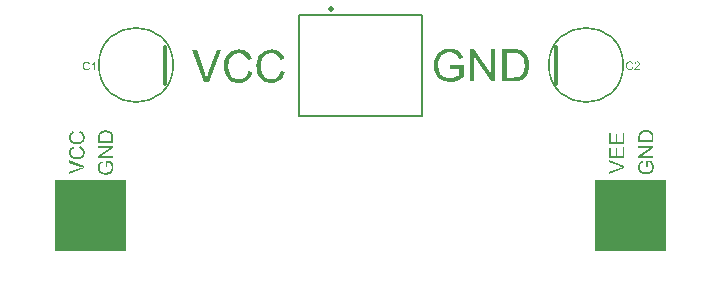
<source format=gto>
%FSLAX33Y33*%
%MOMM*%
%ADD10C,0.15*%
%ADD11C,0.5*%
%ADD12C,0.3*%
%ADD13C,6.45X6.15*%
%ADD14C,6.45X6.15*%
D10*
%LNtop silkscreen_traces*%
%LNtop silkscreen component d884e53a61bc2bc3*%
G01*
X21469Y12209D02*
X21469Y20811D01*
X31871Y20811*
X31871Y12209*
X21469Y12209*
D11*
X24169Y21260D03*
%LNtop silkscreen component 69ae52b910a5c8af*%
D12*
X43200Y14935D02*
X43200Y18085D01*
D13*
X45720Y16510D03*
G36*
X49667Y16385D02*
X49762Y16361D01*
X49744Y16306D01*
X49720Y16258D01*
X49690Y16217D01*
X49654Y16183D01*
X49614Y16156D01*
X49568Y16137D01*
X49519Y16125D01*
X49465Y16122D01*
X49410Y16125D01*
X49360Y16133D01*
X49316Y16148D01*
X49277Y16169D01*
X49243Y16195D01*
X49213Y16226D01*
X49188Y16263D01*
X49167Y16305D01*
X49150Y16351D01*
X49138Y16398D01*
X49131Y16447D01*
X49129Y16497D01*
X49131Y16551D01*
X49139Y16602D01*
X49153Y16649D01*
X49172Y16692D01*
X49195Y16731D01*
X49223Y16765D01*
X49256Y16795D01*
X49293Y16819D01*
X49334Y16838D01*
X49376Y16851D01*
X49420Y16859D01*
X49467Y16862D01*
X49518Y16858D01*
X49566Y16848D01*
X49609Y16831D01*
X49647Y16807D01*
X49681Y16777D01*
X49709Y16741D01*
X49732Y16700D01*
X49749Y16653D01*
X49656Y16631D01*
X49642Y16668D01*
X49626Y16699D01*
X49606Y16725D01*
X49584Y16745D01*
X49559Y16761D01*
X49530Y16772D01*
X49499Y16779D01*
X49465Y16781D01*
X49425Y16778D01*
X49389Y16771D01*
X49356Y16759D01*
X49327Y16741D01*
X49301Y16720D01*
X49280Y16695D01*
X49262Y16667D01*
X49249Y16635D01*
X49239Y16601D01*
X49232Y16567D01*
X49228Y16533D01*
X49226Y16498D01*
X49228Y16453D01*
X49233Y16412D01*
X49241Y16374D01*
X49253Y16338D01*
X49268Y16306D01*
X49287Y16279D01*
X49310Y16255D01*
X49336Y16236D01*
X49364Y16222D01*
X49394Y16211D01*
X49425Y16205D01*
X49457Y16203D01*
X49496Y16206D01*
X49531Y16214D01*
X49563Y16228D01*
X49592Y16249D01*
X49618Y16274D01*
X49638Y16306D01*
X49655Y16342D01*
X49667Y16385D01*
X49667Y16385D01*
X50305Y16218D02*
X50305Y16134D01*
X49831Y16134D01*
X49832Y16150D01*
X49834Y16165D01*
X49837Y16180D01*
X49842Y16195D01*
X49852Y16219D01*
X49865Y16243D01*
X49881Y16267D01*
X49900Y16290D01*
X49922Y16314D01*
X49948Y16341D01*
X49979Y16369D01*
X50015Y16398D01*
X50068Y16444D01*
X50112Y16484D01*
X50147Y16520D01*
X50172Y16550D01*
X50190Y16578D01*
X50203Y16604D01*
X50211Y16630D01*
X50213Y16656D01*
X50211Y16681D01*
X50204Y16704D01*
X50192Y16725D01*
X50176Y16744D01*
X50156Y16760D01*
X50133Y16771D01*
X50107Y16778D01*
X50079Y16780D01*
X50048Y16777D01*
X50021Y16770D01*
X49998Y16758D01*
X49977Y16742D01*
X49960Y16721D01*
X49948Y16696D01*
X49941Y16668D01*
X49938Y16636D01*
X49848Y16646D01*
X49856Y16693D01*
X49870Y16735D01*
X49891Y16770D01*
X49918Y16800D01*
X49951Y16823D01*
X49989Y16839D01*
X50032Y16849D01*
X50080Y16853D01*
X50129Y16849D01*
X50173Y16838D01*
X50211Y16820D01*
X50244Y16795D01*
X50270Y16765D01*
X50289Y16731D01*
X50300Y16694D01*
X50304Y16654D01*
X50303Y16632D01*
X50299Y16611D01*
X50294Y16590D01*
X50286Y16569D01*
X50276Y16548D01*
X50263Y16527D01*
X50247Y16505D01*
X50228Y16482D01*
X50204Y16457D01*
X50173Y16428D01*
X50136Y16394D01*
X50092Y16356D01*
X50056Y16325D01*
X50027Y16300D01*
X50005Y16280D01*
X49991Y16266D01*
X49980Y16254D01*
X49970Y16242D01*
X49961Y16230D01*
X49954Y16218D01*
X50305Y16218D01*
X50305Y16218D01*
G37*
%LNtop silkscreen component 8889ed7dfd5d4ee6*%
G36*
X1321Y1321D02*
X6299Y1321D01*
X6299Y6299D01*
X1321Y6299D01*
X1321Y1321D01*
X0813Y0813D02*
X6807Y0813D01*
X6807Y6807D01*
X0813Y6807D01*
X0813Y0813D01*
G37*
%LNtop silkscreen component d1eda6cb61111443*%
G36*
X47041Y1321D02*
X52019Y1321D01*
X52019Y6299D01*
X47041Y6299D01*
X47041Y1321D01*
X46533Y0813D02*
X52527Y0813D01*
X52527Y6807D01*
X46533Y6807D01*
X46533Y0813D01*
G37*
%LNtop silkscreen component e1997f597a53e994*%
D12*
X10140Y18085D02*
X10140Y14935D01*
D14*
X7620Y16510D03*
G36*
X3667Y16359D02*
X3762Y16335D01*
X3744Y16281D01*
X3721Y16233D01*
X3691Y16192D01*
X3655Y16157D01*
X3614Y16131D01*
X3569Y16112D01*
X3520Y16100D01*
X3466Y16096D01*
X3411Y16099D01*
X3361Y16108D01*
X3317Y16123D01*
X3278Y16143D01*
X3244Y16170D01*
X3214Y16201D01*
X3188Y16238D01*
X3167Y16280D01*
X3151Y16325D01*
X3139Y16372D01*
X3132Y16421D01*
X3129Y16472D01*
X3132Y16526D01*
X3140Y16576D01*
X3153Y16623D01*
X3172Y16667D01*
X3196Y16706D01*
X3224Y16740D01*
X3257Y16769D01*
X3294Y16793D01*
X3334Y16812D01*
X3377Y16826D01*
X3421Y16834D01*
X3467Y16836D01*
X3519Y16833D01*
X3566Y16823D01*
X3609Y16806D01*
X3648Y16782D01*
X3682Y16752D01*
X3710Y16716D01*
X3733Y16675D01*
X3750Y16628D01*
X3657Y16606D01*
X3643Y16642D01*
X3626Y16673D01*
X3607Y16699D01*
X3584Y16720D01*
X3559Y16735D01*
X3531Y16746D01*
X3500Y16753D01*
X3465Y16755D01*
X3426Y16753D01*
X3390Y16745D01*
X3357Y16733D01*
X3327Y16716D01*
X3302Y16694D01*
X3280Y16669D01*
X3263Y16641D01*
X3250Y16610D01*
X3240Y16576D01*
X3233Y16542D01*
X3228Y16507D01*
X3227Y16472D01*
X3229Y16428D01*
X3234Y16387D01*
X3242Y16348D01*
X3254Y16313D01*
X3269Y16281D01*
X3288Y16253D01*
X3310Y16230D01*
X3336Y16211D01*
X3365Y16196D01*
X3395Y16186D01*
X3426Y16179D01*
X3458Y16177D01*
X3496Y16180D01*
X3532Y16189D01*
X3564Y16203D01*
X3593Y16223D01*
X3618Y16249D01*
X3639Y16280D01*
X3655Y16317D01*
X3667Y16359D01*
X3667Y16359D01*
X4174Y16108D02*
X4086Y16108D01*
X4086Y16668D01*
X4069Y16653D01*
X4050Y16638D01*
X4028Y16623D01*
X4003Y16608D01*
X3978Y16594D01*
X3954Y16581D01*
X3932Y16571D01*
X3911Y16563D01*
X3911Y16647D01*
X3946Y16666D01*
X3980Y16686D01*
X4011Y16708D01*
X4040Y16731D01*
X4065Y16756D01*
X4087Y16780D01*
X4104Y16804D01*
X4118Y16827D01*
X4174Y16827D01*
X4174Y16108D01*
X4174Y16108D01*
G37*
%LNtext*%
G36*
X3277Y7791D02*
X2004Y7298D01*
X2004Y7480D01*
X2928Y7811D01*
X2983Y7830D01*
X3036Y7847D01*
X3087Y7863D01*
X3137Y7878D01*
X3085Y7893D01*
X3033Y7909D01*
X2981Y7927D01*
X2928Y7946D01*
X2004Y8290D01*
X2004Y8462D01*
X3277Y7963D01*
X3277Y7791D01*
X3277Y7791D01*
X2830Y9521D02*
X2873Y9689D01*
X2970Y9658D01*
X3056Y9615D01*
X3129Y9562D01*
X3189Y9499D01*
X3237Y9426D01*
X3271Y9346D01*
X3291Y9258D01*
X3298Y9162D01*
X3293Y9064D01*
X3277Y8976D01*
X3251Y8897D01*
X3215Y8828D01*
X3168Y8767D01*
X3112Y8714D01*
X3047Y8669D01*
X2972Y8632D01*
X2891Y8602D01*
X2807Y8581D01*
X2720Y8568D01*
X2631Y8564D01*
X2534Y8569D01*
X2445Y8583D01*
X2361Y8607D01*
X2284Y8640D01*
X2214Y8682D01*
X2154Y8732D01*
X2102Y8790D01*
X2059Y8856D01*
X2025Y8928D01*
X2001Y9004D01*
X1987Y9083D01*
X1982Y9165D01*
X1988Y9257D01*
X2006Y9341D01*
X2037Y9417D01*
X2079Y9486D01*
X2133Y9546D01*
X2196Y9597D01*
X2270Y9637D01*
X2353Y9668D01*
X2392Y9502D01*
X2327Y9477D01*
X2272Y9448D01*
X2226Y9413D01*
X2190Y9373D01*
X2162Y9329D01*
X2142Y9278D01*
X2130Y9223D01*
X2126Y9162D01*
X2131Y9091D01*
X2144Y9027D01*
X2166Y8969D01*
X2197Y8916D01*
X2235Y8871D01*
X2279Y8832D01*
X2329Y8801D01*
X2385Y8778D01*
X2445Y8760D01*
X2506Y8748D01*
X2567Y8740D01*
X2630Y8738D01*
X2708Y8741D01*
X2782Y8750D01*
X2850Y8765D01*
X2913Y8785D01*
X2970Y8812D01*
X3019Y8846D01*
X3061Y8886D01*
X3094Y8932D01*
X3120Y8983D01*
X3139Y9036D01*
X3150Y9091D01*
X3154Y9149D01*
X3149Y9217D01*
X3134Y9279D01*
X3108Y9336D01*
X3073Y9388D01*
X3027Y9433D01*
X2971Y9470D01*
X2906Y9500D01*
X2830Y9521D01*
X2830Y9521D01*
X2830Y10805D02*
X2873Y10973D01*
X2970Y10942D01*
X3056Y10899D01*
X3129Y10846D01*
X3189Y10783D01*
X3237Y10710D01*
X3271Y10630D01*
X3291Y10542D01*
X3298Y10446D01*
X3293Y10348D01*
X3277Y10260D01*
X3251Y10181D01*
X3215Y10112D01*
X3168Y10051D01*
X3112Y9998D01*
X3047Y9953D01*
X2972Y9916D01*
X2891Y9886D01*
X2807Y9865D01*
X2720Y9853D01*
X2631Y9848D01*
X2534Y9853D01*
X2445Y9867D01*
X2361Y9891D01*
X2284Y9924D01*
X2214Y9966D01*
X2154Y10016D01*
X2102Y10074D01*
X2059Y10140D01*
X2025Y10212D01*
X2001Y10288D01*
X1987Y10367D01*
X1982Y10449D01*
X1988Y10541D01*
X2006Y10625D01*
X2037Y10701D01*
X2079Y10770D01*
X2133Y10830D01*
X2196Y10881D01*
X2270Y10921D01*
X2353Y10952D01*
X2392Y10786D01*
X2327Y10761D01*
X2272Y10732D01*
X2226Y10697D01*
X2190Y10657D01*
X2162Y10613D01*
X2142Y10562D01*
X2130Y10507D01*
X2126Y10446D01*
X2131Y10375D01*
X2144Y10311D01*
X2166Y10253D01*
X2197Y10200D01*
X2235Y10155D01*
X2279Y10116D01*
X2329Y10086D01*
X2385Y10062D01*
X2445Y10044D01*
X2506Y10032D01*
X2567Y10024D01*
X2630Y10022D01*
X2708Y10025D01*
X2782Y10034D01*
X2850Y10049D01*
X2913Y10069D01*
X2970Y10096D01*
X3019Y10130D01*
X3061Y10170D01*
X3094Y10216D01*
X3120Y10267D01*
X3139Y10320D01*
X3150Y10375D01*
X3154Y10433D01*
X3149Y10501D01*
X3134Y10563D01*
X3108Y10620D01*
X3073Y10672D01*
X3027Y10717D01*
X2971Y10754D01*
X2906Y10784D01*
X2830Y10805D01*
X2830Y10805D01*
X48997Y7816D02*
X47724Y7323D01*
X47724Y7505D01*
X48648Y7836D01*
X48703Y7855D01*
X48756Y7873D01*
X48807Y7889D01*
X48857Y7903D01*
X48805Y7918D01*
X48753Y7935D01*
X48701Y7953D01*
X48648Y7972D01*
X47724Y8315D01*
X47724Y8487D01*
X48997Y7989D01*
X48997Y7816D01*
X48997Y7816D01*
X48997Y8642D02*
X47724Y8642D01*
X47724Y9562D01*
X47874Y9562D01*
X47874Y8810D01*
X48264Y8810D01*
X48264Y9514D01*
X48413Y9514D01*
X48413Y8810D01*
X48846Y8810D01*
X48846Y9592D01*
X48997Y9592D01*
X48997Y8642D01*
X48997Y8642D01*
X48997Y9828D02*
X47724Y9828D01*
X47724Y10748D01*
X47874Y10748D01*
X47874Y9996D01*
X48264Y9996D01*
X48264Y10700D01*
X48413Y10700D01*
X48413Y9996D01*
X48846Y9996D01*
X48846Y10777D01*
X48997Y10777D01*
X48997Y9828D01*
X48997Y9828D01*
X50961Y7921D02*
X50812Y7921D01*
X50811Y8460D01*
X51283Y8460D01*
X51330Y8397D01*
X51370Y8334D01*
X51404Y8269D01*
X51432Y8204D01*
X51454Y8138D01*
X51470Y8070D01*
X51479Y8002D01*
X51482Y7933D01*
X51477Y7841D01*
X51462Y7754D01*
X51437Y7671D01*
X51402Y7592D01*
X51357Y7520D01*
X51304Y7458D01*
X51241Y7405D01*
X51170Y7361D01*
X51091Y7327D01*
X51009Y7302D01*
X50922Y7288D01*
X50830Y7283D01*
X50739Y7288D01*
X50651Y7302D01*
X50565Y7327D01*
X50483Y7361D01*
X50408Y7404D01*
X50343Y7455D01*
X50288Y7515D01*
X50244Y7584D01*
X50210Y7660D01*
X50186Y7741D01*
X50171Y7828D01*
X50166Y7920D01*
X50169Y7987D01*
X50177Y8051D01*
X50191Y8112D01*
X50211Y8170D01*
X50235Y8222D01*
X50264Y8269D01*
X50298Y8310D01*
X50335Y8345D01*
X50378Y8374D01*
X50427Y8400D01*
X50482Y8423D01*
X50544Y8441D01*
X50585Y8289D01*
X50539Y8274D01*
X50498Y8257D01*
X50463Y8238D01*
X50432Y8218D01*
X50406Y8194D01*
X50382Y8166D01*
X50362Y8134D01*
X50344Y8096D01*
X50329Y8056D01*
X50318Y8013D01*
X50312Y7968D01*
X50310Y7921D01*
X50312Y7865D01*
X50319Y7813D01*
X50330Y7765D01*
X50345Y7721D01*
X50364Y7681D01*
X50386Y7645D01*
X50410Y7613D01*
X50438Y7585D01*
X50467Y7561D01*
X50498Y7539D01*
X50530Y7521D01*
X50564Y7505D01*
X50624Y7484D01*
X50687Y7469D01*
X50752Y7460D01*
X50820Y7456D01*
X50901Y7460D01*
X50976Y7471D01*
X51044Y7489D01*
X51104Y7515D01*
X51158Y7548D01*
X51204Y7587D01*
X51243Y7633D01*
X51275Y7686D01*
X51299Y7743D01*
X51316Y7801D01*
X51327Y7861D01*
X51330Y7924D01*
X51328Y7978D01*
X51320Y8032D01*
X51306Y8085D01*
X51288Y8137D01*
X51267Y8186D01*
X51245Y8229D01*
X51222Y8265D01*
X51198Y8295D01*
X50961Y8295D01*
X50961Y7921D01*
X50961Y7921D01*
X51460Y8707D02*
X50188Y8707D01*
X50188Y8879D01*
X51187Y9548D01*
X50188Y9548D01*
X50188Y9709D01*
X51460Y9709D01*
X51460Y9537D01*
X50460Y8868D01*
X51460Y8868D01*
X51460Y8707D01*
X51460Y8707D01*
X51460Y9992D02*
X50188Y9992D01*
X50188Y10428D01*
X50338Y10428D01*
X50338Y10161D01*
X51310Y10161D01*
X51310Y10161D01*
X51310Y10433D01*
X51309Y10492D01*
X51304Y10545D01*
X51297Y10591D01*
X51287Y10630D01*
X51274Y10664D01*
X51259Y10694D01*
X51241Y10721D01*
X51221Y10744D01*
X51188Y10773D01*
X51151Y10798D01*
X51108Y10819D01*
X51060Y10838D01*
X51006Y10852D01*
X50948Y10863D01*
X50884Y10869D01*
X50814Y10871D01*
X50720Y10867D01*
X50638Y10855D01*
X50567Y10834D01*
X50508Y10805D01*
X50458Y10771D01*
X50418Y10733D01*
X50387Y10691D01*
X50364Y10646D01*
X50353Y10607D01*
X50344Y10558D01*
X50339Y10498D01*
X50338Y10428D01*
X50188Y10428D01*
X50188Y10431D01*
X50189Y10501D01*
X50192Y10562D01*
X50198Y10614D01*
X50206Y10657D01*
X50221Y10710D01*
X50241Y10759D01*
X50267Y10803D01*
X50297Y10844D01*
X50343Y10891D01*
X50394Y10932D01*
X50451Y10967D01*
X50515Y10995D01*
X50583Y11017D01*
X50656Y11032D01*
X50734Y11042D01*
X50817Y11045D01*
X50888Y11043D01*
X50954Y11036D01*
X51016Y11026D01*
X51074Y11011D01*
X51128Y10993D01*
X51176Y10972D01*
X51220Y10949D01*
X51259Y10924D01*
X51294Y10897D01*
X51325Y10869D01*
X51352Y10839D01*
X51375Y10808D01*
X51395Y10775D01*
X51412Y10739D01*
X51427Y10699D01*
X51439Y10656D01*
X51448Y10610D01*
X51455Y10561D01*
X51459Y10508D01*
X51460Y10452D01*
X51460Y9992D01*
X51460Y9992D01*
X13440Y15088D02*
X12383Y17815D01*
X12774Y17815D01*
X13483Y15834D01*
X13524Y15716D01*
X13561Y15603D01*
X13595Y15493D01*
X13626Y15387D01*
X13659Y15499D01*
X13694Y15610D01*
X13732Y15722D01*
X13773Y15834D01*
X14510Y17815D01*
X14878Y17815D01*
X13810Y15088D01*
X13440Y15088D01*
X13440Y15088D01*
X17148Y16044D02*
X17509Y15953D01*
X17441Y15744D01*
X17350Y15561D01*
X17236Y15405D01*
X17100Y15275D01*
X16945Y15172D01*
X16773Y15099D01*
X16584Y15056D01*
X16379Y15041D01*
X16169Y15052D01*
X15980Y15086D01*
X15811Y15142D01*
X15662Y15221D01*
X15532Y15320D01*
X15419Y15440D01*
X15322Y15580D01*
X15242Y15741D01*
X15179Y15914D01*
X15134Y16094D01*
X15107Y16280D01*
X15098Y16472D01*
X15108Y16678D01*
X15138Y16871D01*
X15189Y17050D01*
X15260Y17215D01*
X15350Y17364D01*
X15458Y17494D01*
X15582Y17605D01*
X15724Y17697D01*
X15878Y17769D01*
X16039Y17820D01*
X16208Y17851D01*
X16385Y17861D01*
X16581Y17848D01*
X16762Y17809D01*
X16926Y17744D01*
X17073Y17653D01*
X17202Y17538D01*
X17310Y17402D01*
X17397Y17245D01*
X17462Y17067D01*
X17107Y16983D01*
X17054Y17122D01*
X16990Y17240D01*
X16916Y17339D01*
X16831Y17417D01*
X16735Y17476D01*
X16628Y17519D01*
X16508Y17544D01*
X16377Y17553D01*
X16227Y17543D01*
X16089Y17515D01*
X15964Y17468D01*
X15852Y17402D01*
X15754Y17320D01*
X15672Y17225D01*
X15606Y17118D01*
X15555Y16997D01*
X15518Y16869D01*
X15491Y16739D01*
X15475Y16607D01*
X15470Y16474D01*
X15476Y16305D01*
X15495Y16148D01*
X15527Y16001D01*
X15571Y15866D01*
X15629Y15745D01*
X15701Y15639D01*
X15786Y15551D01*
X15886Y15478D01*
X15996Y15422D01*
X16109Y15382D01*
X16227Y15358D01*
X16350Y15350D01*
X16495Y15361D01*
X16630Y15394D01*
X16752Y15448D01*
X16863Y15525D01*
X16960Y15623D01*
X17039Y15742D01*
X17102Y15882D01*
X17148Y16044D01*
X17148Y16044D01*
X19899Y16044D02*
X20260Y15953D01*
X20192Y15744D01*
X20101Y15561D01*
X19988Y15405D01*
X19852Y15275D01*
X19696Y15172D01*
X19524Y15099D01*
X19336Y15056D01*
X19131Y15041D01*
X18921Y15052D01*
X18731Y15086D01*
X18562Y15142D01*
X18414Y15221D01*
X18284Y15320D01*
X18170Y15440D01*
X18074Y15580D01*
X17993Y15741D01*
X17930Y15914D01*
X17885Y16094D01*
X17858Y16280D01*
X17849Y16472D01*
X17859Y16678D01*
X17890Y16871D01*
X17941Y17050D01*
X18012Y17215D01*
X18102Y17364D01*
X18209Y17494D01*
X18333Y17605D01*
X18475Y17697D01*
X18629Y17769D01*
X18791Y17820D01*
X18960Y17851D01*
X19136Y17861D01*
X19333Y17848D01*
X19513Y17809D01*
X19677Y17744D01*
X19825Y17653D01*
X19954Y17538D01*
X20061Y17402D01*
X20148Y17245D01*
X20214Y17067D01*
X19858Y16983D01*
X19805Y17122D01*
X19742Y17240D01*
X19668Y17339D01*
X19583Y17417D01*
X19487Y17476D01*
X19379Y17519D01*
X19260Y17544D01*
X19129Y17553D01*
X18978Y17543D01*
X18840Y17515D01*
X18715Y17468D01*
X18603Y17402D01*
X18506Y17320D01*
X18424Y17225D01*
X18357Y17118D01*
X18307Y16997D01*
X18269Y16869D01*
X18243Y16739D01*
X18226Y16607D01*
X18221Y16474D01*
X18227Y16305D01*
X18246Y16148D01*
X18278Y16001D01*
X18323Y15866D01*
X18380Y15745D01*
X18452Y15639D01*
X18538Y15551D01*
X18638Y15478D01*
X18747Y15422D01*
X18861Y15382D01*
X18979Y15358D01*
X19101Y15350D01*
X19247Y15361D01*
X19381Y15394D01*
X19504Y15448D01*
X19615Y15525D01*
X19711Y15623D01*
X19791Y15742D01*
X19853Y15882D01*
X19899Y16044D01*
X19899Y16044D01*
X5216Y7896D02*
X5066Y7896D01*
X5066Y8435D01*
X5538Y8435D01*
X5584Y8372D01*
X5625Y8309D01*
X5659Y8244D01*
X5687Y8179D01*
X5709Y8112D01*
X5724Y8045D01*
X5734Y7977D01*
X5737Y7908D01*
X5732Y7816D01*
X5717Y7729D01*
X5692Y7646D01*
X5656Y7567D01*
X5612Y7495D01*
X5558Y7432D01*
X5496Y7379D01*
X5424Y7336D01*
X5346Y7301D01*
X5263Y7277D01*
X5176Y7262D01*
X5085Y7257D01*
X4993Y7262D01*
X4905Y7277D01*
X4820Y7301D01*
X4738Y7335D01*
X4663Y7378D01*
X4598Y7430D01*
X4543Y7490D01*
X4499Y7559D01*
X4465Y7634D01*
X4440Y7716D01*
X4425Y7802D01*
X4421Y7895D01*
X4423Y7962D01*
X4432Y8026D01*
X4446Y8087D01*
X4465Y8144D01*
X4490Y8197D01*
X4519Y8244D01*
X4552Y8284D01*
X4590Y8319D01*
X4633Y8349D01*
X4682Y8375D01*
X4737Y8397D01*
X4798Y8416D01*
X4840Y8264D01*
X4794Y8248D01*
X4753Y8232D01*
X4717Y8213D01*
X4687Y8192D01*
X4661Y8169D01*
X4637Y8141D01*
X4616Y8108D01*
X4598Y8071D01*
X4583Y8030D01*
X4573Y7988D01*
X4567Y7943D01*
X4565Y7896D01*
X4567Y7840D01*
X4573Y7788D01*
X4584Y7740D01*
X4600Y7696D01*
X4619Y7656D01*
X4641Y7620D01*
X4665Y7588D01*
X4692Y7560D01*
X4722Y7536D01*
X4752Y7514D01*
X4785Y7495D01*
X4818Y7480D01*
X4878Y7458D01*
X4941Y7443D01*
X5007Y7434D01*
X5074Y7431D01*
X5156Y7435D01*
X5231Y7446D01*
X5298Y7464D01*
X5359Y7490D01*
X5413Y7522D01*
X5459Y7562D01*
X5498Y7608D01*
X5529Y7660D01*
X5554Y7717D01*
X5571Y7776D01*
X5581Y7836D01*
X5585Y7898D01*
X5582Y7953D01*
X5574Y8006D01*
X5561Y8059D01*
X5543Y8112D01*
X5521Y8161D01*
X5499Y8203D01*
X5476Y8240D01*
X5453Y8270D01*
X5216Y8270D01*
X5216Y7896D01*
X5216Y7896D01*
X5715Y8681D02*
X4442Y8681D01*
X4442Y8854D01*
X5442Y9523D01*
X4442Y9523D01*
X4442Y9684D01*
X5715Y9684D01*
X5715Y9511D01*
X4715Y8843D01*
X5715Y8843D01*
X5715Y8681D01*
X5715Y8681D01*
X5715Y9967D02*
X4442Y9967D01*
X4442Y10403D01*
X4592Y10403D01*
X4592Y10135D01*
X5565Y10135D01*
X5565Y10135D01*
X5565Y10407D01*
X5563Y10467D01*
X5559Y10520D01*
X5552Y10565D01*
X5541Y10605D01*
X5528Y10639D01*
X5513Y10669D01*
X5495Y10696D01*
X5475Y10719D01*
X5443Y10747D01*
X5405Y10772D01*
X5362Y10794D01*
X5314Y10812D01*
X5261Y10827D01*
X5202Y10837D01*
X5138Y10844D01*
X5069Y10846D01*
X4975Y10842D01*
X4893Y10829D01*
X4822Y10809D01*
X4762Y10780D01*
X4713Y10746D01*
X4673Y10707D01*
X4641Y10666D01*
X4619Y10621D01*
X4607Y10582D01*
X4599Y10532D01*
X4594Y10473D01*
X4592Y10403D01*
X4442Y10403D01*
X4442Y10405D01*
X4443Y10475D01*
X4447Y10536D01*
X4453Y10589D01*
X4461Y10632D01*
X4476Y10685D01*
X4496Y10733D01*
X4521Y10778D01*
X4552Y10819D01*
X4597Y10866D01*
X4649Y10907D01*
X4706Y10941D01*
X4769Y10969D01*
X4838Y10991D01*
X4911Y11007D01*
X4989Y11016D01*
X5072Y11019D01*
X5142Y11017D01*
X5208Y11011D01*
X5271Y11000D01*
X5329Y10985D01*
X5382Y10967D01*
X5431Y10947D01*
X5475Y10924D01*
X5514Y10899D01*
X5549Y10871D01*
X5580Y10843D01*
X5606Y10814D01*
X5629Y10783D01*
X5649Y10750D01*
X5666Y10713D01*
X5681Y10674D01*
X5693Y10631D01*
X5703Y10585D01*
X5710Y10535D01*
X5714Y10482D01*
X5715Y10426D01*
X5715Y9967D01*
X5715Y9967D01*
X34224Y16234D02*
X34224Y16553D01*
X35379Y16555D01*
X35379Y15543D01*
X35245Y15444D01*
X35109Y15358D01*
X34971Y15284D01*
X34830Y15224D01*
X34688Y15177D01*
X34544Y15144D01*
X34398Y15124D01*
X34250Y15117D01*
X34053Y15128D01*
X33866Y15160D01*
X33688Y15214D01*
X33520Y15289D01*
X33365Y15385D01*
X33231Y15500D01*
X33118Y15634D01*
X33024Y15787D01*
X32951Y15955D01*
X32898Y16132D01*
X32867Y16318D01*
X32856Y16514D01*
X32867Y16710D01*
X32898Y16899D01*
X32950Y17082D01*
X33023Y17258D01*
X33115Y17419D01*
X33226Y17558D01*
X33355Y17675D01*
X33502Y17770D01*
X33664Y17843D01*
X33838Y17896D01*
X34024Y17927D01*
X34222Y17938D01*
X34366Y17932D01*
X34503Y17914D01*
X34634Y17884D01*
X34757Y17842D01*
X34870Y17789D01*
X34970Y17727D01*
X35057Y17656D01*
X35132Y17575D01*
X35195Y17483D01*
X35251Y17378D01*
X35299Y17259D01*
X35338Y17128D01*
X35013Y17039D01*
X34980Y17138D01*
X34944Y17225D01*
X34904Y17301D01*
X34860Y17366D01*
X34810Y17423D01*
X34749Y17474D01*
X34679Y17518D01*
X34600Y17557D01*
X34513Y17588D01*
X34421Y17611D01*
X34325Y17624D01*
X34224Y17629D01*
X34104Y17624D01*
X33993Y17610D01*
X33890Y17586D01*
X33796Y17553D01*
X33710Y17513D01*
X33633Y17466D01*
X33564Y17414D01*
X33505Y17355D01*
X33452Y17292D01*
X33406Y17226D01*
X33366Y17158D01*
X33333Y17086D01*
X33287Y16956D01*
X33254Y16822D01*
X33235Y16682D01*
X33228Y16537D01*
X33236Y16362D01*
X33260Y16202D01*
X33299Y16057D01*
X33354Y15927D01*
X33424Y15812D01*
X33508Y15713D01*
X33607Y15629D01*
X33720Y15562D01*
X33841Y15510D01*
X33967Y15473D01*
X34096Y15450D01*
X34229Y15443D01*
X34346Y15448D01*
X34461Y15465D01*
X34575Y15494D01*
X34687Y15533D01*
X34792Y15579D01*
X34883Y15626D01*
X34961Y15675D01*
X35026Y15726D01*
X35026Y16234D01*
X34224Y16234D01*
X34224Y16234D01*
X35907Y15164D02*
X35907Y17891D01*
X36278Y17891D01*
X37710Y15750D01*
X37710Y17891D01*
X38056Y17891D01*
X38056Y15164D01*
X37686Y15164D01*
X36253Y17307D01*
X36253Y15164D01*
X35907Y15164D01*
X35907Y15164D01*
X38663Y15164D02*
X38663Y17891D01*
X39597Y17891D01*
X39597Y17569D01*
X39024Y17569D01*
X39024Y15486D01*
X39024Y15486D01*
X39606Y15486D01*
X39733Y15489D01*
X39847Y15498D01*
X39945Y15514D01*
X40029Y15536D01*
X40102Y15564D01*
X40167Y15596D01*
X40224Y15634D01*
X40274Y15677D01*
X40334Y15747D01*
X40388Y15828D01*
X40434Y15920D01*
X40474Y16022D01*
X40505Y16136D01*
X40527Y16262D01*
X40541Y16399D01*
X40545Y16548D01*
X40537Y16749D01*
X40510Y16926D01*
X40466Y17078D01*
X40405Y17206D01*
X40331Y17311D01*
X40249Y17397D01*
X40160Y17465D01*
X40063Y17513D01*
X39980Y17538D01*
X39874Y17555D01*
X39746Y17566D01*
X39597Y17569D01*
X39597Y17891D01*
X39602Y17891D01*
X39752Y17889D01*
X39883Y17881D01*
X39995Y17869D01*
X40088Y17852D01*
X40201Y17820D01*
X40305Y17776D01*
X40401Y17722D01*
X40488Y17657D01*
X40589Y17559D01*
X40676Y17449D01*
X40750Y17326D01*
X40810Y17191D01*
X40857Y17044D01*
X40891Y16887D01*
X40911Y16720D01*
X40917Y16542D01*
X40913Y16391D01*
X40899Y16249D01*
X40877Y16116D01*
X40845Y15992D01*
X40806Y15877D01*
X40762Y15772D01*
X40713Y15678D01*
X40659Y15594D01*
X40601Y15520D01*
X40540Y15454D01*
X40477Y15396D01*
X40410Y15347D01*
X40340Y15305D01*
X40262Y15268D01*
X40177Y15236D01*
X40085Y15210D01*
X39986Y15190D01*
X39880Y15175D01*
X39767Y15167D01*
X39647Y15164D01*
X38663Y15164D01*
X38663Y15164D01*
G37*
M02*
</source>
